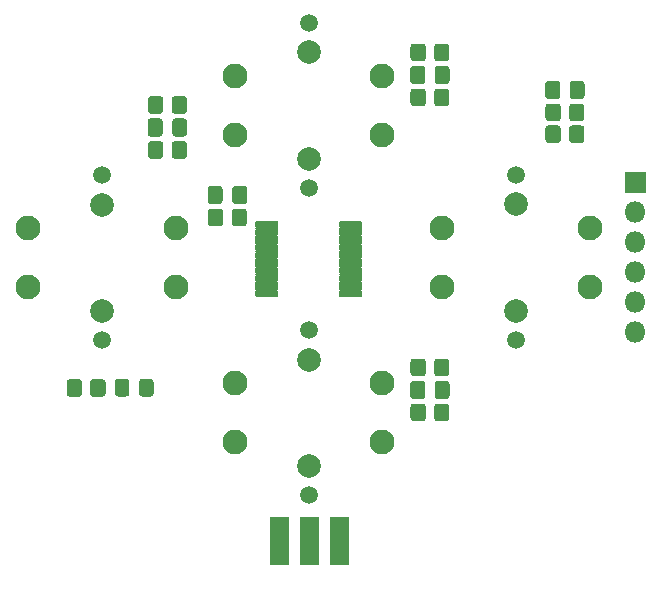
<source format=gts>
G04 #@! TF.GenerationSoftware,KiCad,Pcbnew,(5.1.9)-1*
G04 #@! TF.CreationDate,2021-07-28T09:13:25+02:00*
G04 #@! TF.ProjectId,STEM,5354454d-2e6b-4696-9361-645f70636258,A*
G04 #@! TF.SameCoordinates,Original*
G04 #@! TF.FileFunction,Soldermask,Top*
G04 #@! TF.FilePolarity,Negative*
%FSLAX46Y46*%
G04 Gerber Fmt 4.6, Leading zero omitted, Abs format (unit mm)*
G04 Created by KiCad (PCBNEW (5.1.9)-1) date 2021-07-28 09:13:25*
%MOMM*%
%LPD*%
G01*
G04 APERTURE LIST*
%ADD10C,2.002000*%
%ADD11C,1.502000*%
%ADD12C,2.102000*%
%ADD13O,1.802000X1.802000*%
%ADD14C,0.100000*%
G04 APERTURE END LIST*
D10*
X140025000Y-119650000D03*
X140025000Y-110650000D03*
D11*
X140025000Y-108150000D03*
X140025000Y-122150000D03*
D12*
X133775000Y-112650000D03*
X133775000Y-117650000D03*
X146275000Y-112650000D03*
X146275000Y-117650000D03*
D10*
X122450000Y-132787000D03*
X122450000Y-123787000D03*
D11*
X122450000Y-121287000D03*
X122450000Y-135287000D03*
D12*
X116200000Y-125787000D03*
X116200000Y-130787000D03*
X128700000Y-125787000D03*
X128700000Y-130787000D03*
D10*
X104975000Y-119675000D03*
X104975000Y-110675000D03*
D11*
X104975000Y-108175000D03*
X104975000Y-122175000D03*
D12*
X98725000Y-112675000D03*
X98725000Y-117675000D03*
X111225000Y-112675000D03*
X111225000Y-117675000D03*
D10*
X122450000Y-106787000D03*
X122450000Y-97787000D03*
D11*
X122450000Y-95287000D03*
X122450000Y-109287000D03*
D12*
X116200000Y-99787000D03*
X116200000Y-104787000D03*
X128700000Y-99787000D03*
X128700000Y-104787000D03*
G36*
G01*
X143796000Y-104235248D02*
X143796000Y-105194752D01*
G75*
G02*
X143524752Y-105466000I-271248J0D01*
G01*
X142765248Y-105466000D01*
G75*
G02*
X142494000Y-105194752I0J271248D01*
G01*
X142494000Y-104235248D01*
G75*
G02*
X142765248Y-103964000I271248J0D01*
G01*
X143524752Y-103964000D01*
G75*
G02*
X143796000Y-104235248I0J-271248D01*
G01*
G37*
G36*
G01*
X145796000Y-104235248D02*
X145796000Y-105194752D01*
G75*
G02*
X145524752Y-105466000I-271248J0D01*
G01*
X144765248Y-105466000D01*
G75*
G02*
X144494000Y-105194752I0J271248D01*
G01*
X144494000Y-104235248D01*
G75*
G02*
X144765248Y-103964000I271248J0D01*
G01*
X145524752Y-103964000D01*
G75*
G02*
X145796000Y-104235248I0J-271248D01*
G01*
G37*
G36*
G01*
X108839000Y-106524752D02*
X108839000Y-105565248D01*
G75*
G02*
X109110248Y-105294000I271248J0D01*
G01*
X109869752Y-105294000D01*
G75*
G02*
X110141000Y-105565248I0J-271248D01*
G01*
X110141000Y-106524752D01*
G75*
G02*
X109869752Y-106796000I-271248J0D01*
G01*
X109110248Y-106796000D01*
G75*
G02*
X108839000Y-106524752I0J271248D01*
G01*
G37*
G36*
G01*
X110839000Y-106524752D02*
X110839000Y-105565248D01*
G75*
G02*
X111110248Y-105294000I271248J0D01*
G01*
X111869752Y-105294000D01*
G75*
G02*
X112141000Y-105565248I0J-271248D01*
G01*
X112141000Y-106524752D01*
G75*
G02*
X111869752Y-106796000I-271248J0D01*
G01*
X111110248Y-106796000D01*
G75*
G02*
X110839000Y-106524752I0J271248D01*
G01*
G37*
G36*
G01*
X110889000Y-104644298D02*
X110889000Y-103635702D01*
G75*
G02*
X111160702Y-103364000I271702J0D01*
G01*
X111894298Y-103364000D01*
G75*
G02*
X112166000Y-103635702I0J-271702D01*
G01*
X112166000Y-104644298D01*
G75*
G02*
X111894298Y-104916000I-271702J0D01*
G01*
X111160702Y-104916000D01*
G75*
G02*
X110889000Y-104644298I0J271702D01*
G01*
G37*
G36*
G01*
X108814000Y-104644298D02*
X108814000Y-103635702D01*
G75*
G02*
X109085702Y-103364000I271702J0D01*
G01*
X109819298Y-103364000D01*
G75*
G02*
X110091000Y-103635702I0J-271702D01*
G01*
X110091000Y-104644298D01*
G75*
G02*
X109819298Y-104916000I-271702J0D01*
G01*
X109085702Y-104916000D01*
G75*
G02*
X108814000Y-104644298I0J271702D01*
G01*
G37*
G36*
G01*
X134366000Y-123980248D02*
X134366000Y-124939752D01*
G75*
G02*
X134094752Y-125211000I-271248J0D01*
G01*
X133335248Y-125211000D01*
G75*
G02*
X133064000Y-124939752I0J271248D01*
G01*
X133064000Y-123980248D01*
G75*
G02*
X133335248Y-123709000I271248J0D01*
G01*
X134094752Y-123709000D01*
G75*
G02*
X134366000Y-123980248I0J-271248D01*
G01*
G37*
G36*
G01*
X132366000Y-123980248D02*
X132366000Y-124939752D01*
G75*
G02*
X132094752Y-125211000I-271248J0D01*
G01*
X131335248Y-125211000D01*
G75*
G02*
X131064000Y-124939752I0J271248D01*
G01*
X131064000Y-123980248D01*
G75*
G02*
X131335248Y-123709000I271248J0D01*
G01*
X132094752Y-123709000D01*
G75*
G02*
X132366000Y-123980248I0J-271248D01*
G01*
G37*
D13*
X150100000Y-121469600D03*
X150100000Y-118929600D03*
X150100000Y-116389600D03*
X150100000Y-113849600D03*
X150100000Y-111309600D03*
G36*
G01*
X149199000Y-109619600D02*
X149199000Y-107919600D01*
G75*
G02*
X149250000Y-107868600I51000J0D01*
G01*
X150950000Y-107868600D01*
G75*
G02*
X151001000Y-107919600I0J-51000D01*
G01*
X151001000Y-109619600D01*
G75*
G02*
X150950000Y-109670600I-51000J0D01*
G01*
X149250000Y-109670600D01*
G75*
G02*
X149199000Y-109619600I0J51000D01*
G01*
G37*
G36*
G01*
X103949000Y-126677752D02*
X103949000Y-125718248D01*
G75*
G02*
X104220248Y-125447000I271248J0D01*
G01*
X104979752Y-125447000D01*
G75*
G02*
X105251000Y-125718248I0J-271248D01*
G01*
X105251000Y-126677752D01*
G75*
G02*
X104979752Y-126949000I-271248J0D01*
G01*
X104220248Y-126949000D01*
G75*
G02*
X103949000Y-126677752I0J271248D01*
G01*
G37*
G36*
G01*
X101949000Y-126677752D02*
X101949000Y-125718248D01*
G75*
G02*
X102220248Y-125447000I271248J0D01*
G01*
X102979752Y-125447000D01*
G75*
G02*
X103251000Y-125718248I0J-271248D01*
G01*
X103251000Y-126677752D01*
G75*
G02*
X102979752Y-126949000I-271248J0D01*
G01*
X102220248Y-126949000D01*
G75*
G02*
X101949000Y-126677752I0J271248D01*
G01*
G37*
G36*
G01*
X117246000Y-109350702D02*
X117246000Y-110359298D01*
G75*
G02*
X116974298Y-110631000I-271702J0D01*
G01*
X116240702Y-110631000D01*
G75*
G02*
X115969000Y-110359298I0J271702D01*
G01*
X115969000Y-109350702D01*
G75*
G02*
X116240702Y-109079000I271702J0D01*
G01*
X116974298Y-109079000D01*
G75*
G02*
X117246000Y-109350702I0J-271702D01*
G01*
G37*
G36*
G01*
X115171000Y-109350702D02*
X115171000Y-110359298D01*
G75*
G02*
X114899298Y-110631000I-271702J0D01*
G01*
X114165702Y-110631000D01*
G75*
G02*
X113894000Y-110359298I0J271702D01*
G01*
X113894000Y-109350702D01*
G75*
G02*
X114165702Y-109079000I271702J0D01*
G01*
X114899298Y-109079000D01*
G75*
G02*
X115171000Y-109350702I0J-271702D01*
G01*
G37*
G36*
G01*
X108079000Y-126646828D02*
X108079000Y-125689172D01*
G75*
G02*
X108351172Y-125417000I272172J0D01*
G01*
X109058828Y-125417000D01*
G75*
G02*
X109331000Y-125689172I0J-272172D01*
G01*
X109331000Y-126646828D01*
G75*
G02*
X109058828Y-126919000I-272172J0D01*
G01*
X108351172Y-126919000D01*
G75*
G02*
X108079000Y-126646828I0J272172D01*
G01*
G37*
G36*
G01*
X106029000Y-126646828D02*
X106029000Y-125689172D01*
G75*
G02*
X106301172Y-125417000I272172J0D01*
G01*
X107008828Y-125417000D01*
G75*
G02*
X107281000Y-125689172I0J-272172D01*
G01*
X107281000Y-126646828D01*
G75*
G02*
X107008828Y-126919000I-272172J0D01*
G01*
X106301172Y-126919000D01*
G75*
G02*
X106029000Y-126646828I0J272172D01*
G01*
G37*
G36*
G01*
X132366000Y-127790248D02*
X132366000Y-128749752D01*
G75*
G02*
X132094752Y-129021000I-271248J0D01*
G01*
X131335248Y-129021000D01*
G75*
G02*
X131064000Y-128749752I0J271248D01*
G01*
X131064000Y-127790248D01*
G75*
G02*
X131335248Y-127519000I271248J0D01*
G01*
X132094752Y-127519000D01*
G75*
G02*
X132366000Y-127790248I0J-271248D01*
G01*
G37*
G36*
G01*
X134366000Y-127790248D02*
X134366000Y-128749752D01*
G75*
G02*
X134094752Y-129021000I-271248J0D01*
G01*
X133335248Y-129021000D01*
G75*
G02*
X133064000Y-128749752I0J271248D01*
G01*
X133064000Y-127790248D01*
G75*
G02*
X133335248Y-127519000I271248J0D01*
G01*
X134094752Y-127519000D01*
G75*
G02*
X134366000Y-127790248I0J-271248D01*
G01*
G37*
G36*
G01*
X132366000Y-97310248D02*
X132366000Y-98269752D01*
G75*
G02*
X132094752Y-98541000I-271248J0D01*
G01*
X131335248Y-98541000D01*
G75*
G02*
X131064000Y-98269752I0J271248D01*
G01*
X131064000Y-97310248D01*
G75*
G02*
X131335248Y-97039000I271248J0D01*
G01*
X132094752Y-97039000D01*
G75*
G02*
X132366000Y-97310248I0J-271248D01*
G01*
G37*
G36*
G01*
X134366000Y-97310248D02*
X134366000Y-98269752D01*
G75*
G02*
X134094752Y-98541000I-271248J0D01*
G01*
X133335248Y-98541000D01*
G75*
G02*
X133064000Y-98269752I0J271248D01*
G01*
X133064000Y-97310248D01*
G75*
G02*
X133335248Y-97039000I271248J0D01*
G01*
X134094752Y-97039000D01*
G75*
G02*
X134366000Y-97310248I0J-271248D01*
G01*
G37*
G36*
G01*
X119800000Y-112638000D02*
X118000000Y-112638000D01*
G75*
G02*
X117949000Y-112587000I0J51000D01*
G01*
X117949000Y-112137000D01*
G75*
G02*
X118000000Y-112086000I51000J0D01*
G01*
X119800000Y-112086000D01*
G75*
G02*
X119851000Y-112137000I0J-51000D01*
G01*
X119851000Y-112587000D01*
G75*
G02*
X119800000Y-112638000I-51000J0D01*
G01*
G37*
G36*
G01*
X119800000Y-113288000D02*
X118000000Y-113288000D01*
G75*
G02*
X117949000Y-113237000I0J51000D01*
G01*
X117949000Y-112787000D01*
G75*
G02*
X118000000Y-112736000I51000J0D01*
G01*
X119800000Y-112736000D01*
G75*
G02*
X119851000Y-112787000I0J-51000D01*
G01*
X119851000Y-113237000D01*
G75*
G02*
X119800000Y-113288000I-51000J0D01*
G01*
G37*
G36*
G01*
X119800000Y-113938000D02*
X118000000Y-113938000D01*
G75*
G02*
X117949000Y-113887000I0J51000D01*
G01*
X117949000Y-113437000D01*
G75*
G02*
X118000000Y-113386000I51000J0D01*
G01*
X119800000Y-113386000D01*
G75*
G02*
X119851000Y-113437000I0J-51000D01*
G01*
X119851000Y-113887000D01*
G75*
G02*
X119800000Y-113938000I-51000J0D01*
G01*
G37*
G36*
G01*
X119800000Y-114588000D02*
X118000000Y-114588000D01*
G75*
G02*
X117949000Y-114537000I0J51000D01*
G01*
X117949000Y-114087000D01*
G75*
G02*
X118000000Y-114036000I51000J0D01*
G01*
X119800000Y-114036000D01*
G75*
G02*
X119851000Y-114087000I0J-51000D01*
G01*
X119851000Y-114537000D01*
G75*
G02*
X119800000Y-114588000I-51000J0D01*
G01*
G37*
G36*
G01*
X119800000Y-115238000D02*
X118000000Y-115238000D01*
G75*
G02*
X117949000Y-115187000I0J51000D01*
G01*
X117949000Y-114737000D01*
G75*
G02*
X118000000Y-114686000I51000J0D01*
G01*
X119800000Y-114686000D01*
G75*
G02*
X119851000Y-114737000I0J-51000D01*
G01*
X119851000Y-115187000D01*
G75*
G02*
X119800000Y-115238000I-51000J0D01*
G01*
G37*
G36*
G01*
X119800000Y-115888000D02*
X118000000Y-115888000D01*
G75*
G02*
X117949000Y-115837000I0J51000D01*
G01*
X117949000Y-115387000D01*
G75*
G02*
X118000000Y-115336000I51000J0D01*
G01*
X119800000Y-115336000D01*
G75*
G02*
X119851000Y-115387000I0J-51000D01*
G01*
X119851000Y-115837000D01*
G75*
G02*
X119800000Y-115888000I-51000J0D01*
G01*
G37*
G36*
G01*
X119800000Y-116538000D02*
X118000000Y-116538000D01*
G75*
G02*
X117949000Y-116487000I0J51000D01*
G01*
X117949000Y-116037000D01*
G75*
G02*
X118000000Y-115986000I51000J0D01*
G01*
X119800000Y-115986000D01*
G75*
G02*
X119851000Y-116037000I0J-51000D01*
G01*
X119851000Y-116487000D01*
G75*
G02*
X119800000Y-116538000I-51000J0D01*
G01*
G37*
G36*
G01*
X119800000Y-117188000D02*
X118000000Y-117188000D01*
G75*
G02*
X117949000Y-117137000I0J51000D01*
G01*
X117949000Y-116687000D01*
G75*
G02*
X118000000Y-116636000I51000J0D01*
G01*
X119800000Y-116636000D01*
G75*
G02*
X119851000Y-116687000I0J-51000D01*
G01*
X119851000Y-117137000D01*
G75*
G02*
X119800000Y-117188000I-51000J0D01*
G01*
G37*
G36*
G01*
X119800000Y-117838000D02*
X118000000Y-117838000D01*
G75*
G02*
X117949000Y-117787000I0J51000D01*
G01*
X117949000Y-117337000D01*
G75*
G02*
X118000000Y-117286000I51000J0D01*
G01*
X119800000Y-117286000D01*
G75*
G02*
X119851000Y-117337000I0J-51000D01*
G01*
X119851000Y-117787000D01*
G75*
G02*
X119800000Y-117838000I-51000J0D01*
G01*
G37*
G36*
G01*
X119800000Y-118488000D02*
X118000000Y-118488000D01*
G75*
G02*
X117949000Y-118437000I0J51000D01*
G01*
X117949000Y-117987000D01*
G75*
G02*
X118000000Y-117936000I51000J0D01*
G01*
X119800000Y-117936000D01*
G75*
G02*
X119851000Y-117987000I0J-51000D01*
G01*
X119851000Y-118437000D01*
G75*
G02*
X119800000Y-118488000I-51000J0D01*
G01*
G37*
G36*
G01*
X126900000Y-118488000D02*
X125100000Y-118488000D01*
G75*
G02*
X125049000Y-118437000I0J51000D01*
G01*
X125049000Y-117987000D01*
G75*
G02*
X125100000Y-117936000I51000J0D01*
G01*
X126900000Y-117936000D01*
G75*
G02*
X126951000Y-117987000I0J-51000D01*
G01*
X126951000Y-118437000D01*
G75*
G02*
X126900000Y-118488000I-51000J0D01*
G01*
G37*
G36*
G01*
X126900000Y-117838000D02*
X125100000Y-117838000D01*
G75*
G02*
X125049000Y-117787000I0J51000D01*
G01*
X125049000Y-117337000D01*
G75*
G02*
X125100000Y-117286000I51000J0D01*
G01*
X126900000Y-117286000D01*
G75*
G02*
X126951000Y-117337000I0J-51000D01*
G01*
X126951000Y-117787000D01*
G75*
G02*
X126900000Y-117838000I-51000J0D01*
G01*
G37*
G36*
G01*
X126900000Y-117188000D02*
X125100000Y-117188000D01*
G75*
G02*
X125049000Y-117137000I0J51000D01*
G01*
X125049000Y-116687000D01*
G75*
G02*
X125100000Y-116636000I51000J0D01*
G01*
X126900000Y-116636000D01*
G75*
G02*
X126951000Y-116687000I0J-51000D01*
G01*
X126951000Y-117137000D01*
G75*
G02*
X126900000Y-117188000I-51000J0D01*
G01*
G37*
G36*
G01*
X126900000Y-116538000D02*
X125100000Y-116538000D01*
G75*
G02*
X125049000Y-116487000I0J51000D01*
G01*
X125049000Y-116037000D01*
G75*
G02*
X125100000Y-115986000I51000J0D01*
G01*
X126900000Y-115986000D01*
G75*
G02*
X126951000Y-116037000I0J-51000D01*
G01*
X126951000Y-116487000D01*
G75*
G02*
X126900000Y-116538000I-51000J0D01*
G01*
G37*
G36*
G01*
X126900000Y-115888000D02*
X125100000Y-115888000D01*
G75*
G02*
X125049000Y-115837000I0J51000D01*
G01*
X125049000Y-115387000D01*
G75*
G02*
X125100000Y-115336000I51000J0D01*
G01*
X126900000Y-115336000D01*
G75*
G02*
X126951000Y-115387000I0J-51000D01*
G01*
X126951000Y-115837000D01*
G75*
G02*
X126900000Y-115888000I-51000J0D01*
G01*
G37*
G36*
G01*
X126900000Y-115238000D02*
X125100000Y-115238000D01*
G75*
G02*
X125049000Y-115187000I0J51000D01*
G01*
X125049000Y-114737000D01*
G75*
G02*
X125100000Y-114686000I51000J0D01*
G01*
X126900000Y-114686000D01*
G75*
G02*
X126951000Y-114737000I0J-51000D01*
G01*
X126951000Y-115187000D01*
G75*
G02*
X126900000Y-115238000I-51000J0D01*
G01*
G37*
G36*
G01*
X126900000Y-114588000D02*
X125100000Y-114588000D01*
G75*
G02*
X125049000Y-114537000I0J51000D01*
G01*
X125049000Y-114087000D01*
G75*
G02*
X125100000Y-114036000I51000J0D01*
G01*
X126900000Y-114036000D01*
G75*
G02*
X126951000Y-114087000I0J-51000D01*
G01*
X126951000Y-114537000D01*
G75*
G02*
X126900000Y-114588000I-51000J0D01*
G01*
G37*
G36*
G01*
X126900000Y-113938000D02*
X125100000Y-113938000D01*
G75*
G02*
X125049000Y-113887000I0J51000D01*
G01*
X125049000Y-113437000D01*
G75*
G02*
X125100000Y-113386000I51000J0D01*
G01*
X126900000Y-113386000D01*
G75*
G02*
X126951000Y-113437000I0J-51000D01*
G01*
X126951000Y-113887000D01*
G75*
G02*
X126900000Y-113938000I-51000J0D01*
G01*
G37*
G36*
G01*
X126900000Y-113288000D02*
X125100000Y-113288000D01*
G75*
G02*
X125049000Y-113237000I0J51000D01*
G01*
X125049000Y-112787000D01*
G75*
G02*
X125100000Y-112736000I51000J0D01*
G01*
X126900000Y-112736000D01*
G75*
G02*
X126951000Y-112787000I0J-51000D01*
G01*
X126951000Y-113237000D01*
G75*
G02*
X126900000Y-113288000I-51000J0D01*
G01*
G37*
G36*
G01*
X126900000Y-112638000D02*
X125100000Y-112638000D01*
G75*
G02*
X125049000Y-112587000I0J51000D01*
G01*
X125049000Y-112137000D01*
G75*
G02*
X125100000Y-112086000I51000J0D01*
G01*
X126900000Y-112086000D01*
G75*
G02*
X126951000Y-112137000I0J-51000D01*
G01*
X126951000Y-112587000D01*
G75*
G02*
X126900000Y-112638000I-51000J0D01*
G01*
G37*
G36*
G01*
X117221000Y-111280248D02*
X117221000Y-112239752D01*
G75*
G02*
X116949752Y-112511000I-271248J0D01*
G01*
X116190248Y-112511000D01*
G75*
G02*
X115919000Y-112239752I0J271248D01*
G01*
X115919000Y-111280248D01*
G75*
G02*
X116190248Y-111009000I271248J0D01*
G01*
X116949752Y-111009000D01*
G75*
G02*
X117221000Y-111280248I0J-271248D01*
G01*
G37*
G36*
G01*
X115221000Y-111280248D02*
X115221000Y-112239752D01*
G75*
G02*
X114949752Y-112511000I-271248J0D01*
G01*
X114190248Y-112511000D01*
G75*
G02*
X113919000Y-112239752I0J271248D01*
G01*
X113919000Y-111280248D01*
G75*
G02*
X114190248Y-111009000I271248J0D01*
G01*
X114949752Y-111009000D01*
G75*
G02*
X115221000Y-111280248I0J-271248D01*
G01*
G37*
G36*
G01*
X142494000Y-103349752D02*
X142494000Y-102390248D01*
G75*
G02*
X142765248Y-102119000I271248J0D01*
G01*
X143524752Y-102119000D01*
G75*
G02*
X143796000Y-102390248I0J-271248D01*
G01*
X143796000Y-103349752D01*
G75*
G02*
X143524752Y-103621000I-271248J0D01*
G01*
X142765248Y-103621000D01*
G75*
G02*
X142494000Y-103349752I0J271248D01*
G01*
G37*
G36*
G01*
X144494000Y-103349752D02*
X144494000Y-102390248D01*
G75*
G02*
X144765248Y-102119000I271248J0D01*
G01*
X145524752Y-102119000D01*
G75*
G02*
X145796000Y-102390248I0J-271248D01*
G01*
X145796000Y-103349752D01*
G75*
G02*
X145524752Y-103621000I-271248J0D01*
G01*
X144765248Y-103621000D01*
G75*
G02*
X144494000Y-103349752I0J271248D01*
G01*
G37*
G36*
G01*
X134391000Y-125860702D02*
X134391000Y-126869298D01*
G75*
G02*
X134119298Y-127141000I-271702J0D01*
G01*
X133385702Y-127141000D01*
G75*
G02*
X133114000Y-126869298I0J271702D01*
G01*
X133114000Y-125860702D01*
G75*
G02*
X133385702Y-125589000I271702J0D01*
G01*
X134119298Y-125589000D01*
G75*
G02*
X134391000Y-125860702I0J-271702D01*
G01*
G37*
G36*
G01*
X132316000Y-125860702D02*
X132316000Y-126869298D01*
G75*
G02*
X132044298Y-127141000I-271702J0D01*
G01*
X131310702Y-127141000D01*
G75*
G02*
X131039000Y-126869298I0J271702D01*
G01*
X131039000Y-125860702D01*
G75*
G02*
X131310702Y-125589000I271702J0D01*
G01*
X132044298Y-125589000D01*
G75*
G02*
X132316000Y-125860702I0J-271702D01*
G01*
G37*
G36*
G01*
X134366000Y-101120248D02*
X134366000Y-102079752D01*
G75*
G02*
X134094752Y-102351000I-271248J0D01*
G01*
X133335248Y-102351000D01*
G75*
G02*
X133064000Y-102079752I0J271248D01*
G01*
X133064000Y-101120248D01*
G75*
G02*
X133335248Y-100849000I271248J0D01*
G01*
X134094752Y-100849000D01*
G75*
G02*
X134366000Y-101120248I0J-271248D01*
G01*
G37*
G36*
G01*
X132366000Y-101120248D02*
X132366000Y-102079752D01*
G75*
G02*
X132094752Y-102351000I-271248J0D01*
G01*
X131335248Y-102351000D01*
G75*
G02*
X131064000Y-102079752I0J271248D01*
G01*
X131064000Y-101120248D01*
G75*
G02*
X131335248Y-100849000I271248J0D01*
G01*
X132094752Y-100849000D01*
G75*
G02*
X132366000Y-101120248I0J-271248D01*
G01*
G37*
G36*
G01*
X110141000Y-101755248D02*
X110141000Y-102714752D01*
G75*
G02*
X109869752Y-102986000I-271248J0D01*
G01*
X109110248Y-102986000D01*
G75*
G02*
X108839000Y-102714752I0J271248D01*
G01*
X108839000Y-101755248D01*
G75*
G02*
X109110248Y-101484000I271248J0D01*
G01*
X109869752Y-101484000D01*
G75*
G02*
X110141000Y-101755248I0J-271248D01*
G01*
G37*
G36*
G01*
X112141000Y-101755248D02*
X112141000Y-102714752D01*
G75*
G02*
X111869752Y-102986000I-271248J0D01*
G01*
X111110248Y-102986000D01*
G75*
G02*
X110839000Y-102714752I0J271248D01*
G01*
X110839000Y-101755248D01*
G75*
G02*
X111110248Y-101484000I271248J0D01*
G01*
X111869752Y-101484000D01*
G75*
G02*
X112141000Y-101755248I0J-271248D01*
G01*
G37*
G36*
G01*
X134391000Y-99190702D02*
X134391000Y-100199298D01*
G75*
G02*
X134119298Y-100471000I-271702J0D01*
G01*
X133385702Y-100471000D01*
G75*
G02*
X133114000Y-100199298I0J271702D01*
G01*
X133114000Y-99190702D01*
G75*
G02*
X133385702Y-98919000I271702J0D01*
G01*
X134119298Y-98919000D01*
G75*
G02*
X134391000Y-99190702I0J-271702D01*
G01*
G37*
G36*
G01*
X132316000Y-99190702D02*
X132316000Y-100199298D01*
G75*
G02*
X132044298Y-100471000I-271702J0D01*
G01*
X131310702Y-100471000D01*
G75*
G02*
X131039000Y-100199298I0J271702D01*
G01*
X131039000Y-99190702D01*
G75*
G02*
X131310702Y-98919000I271702J0D01*
G01*
X132044298Y-98919000D01*
G75*
G02*
X132316000Y-99190702I0J-271702D01*
G01*
G37*
G36*
G01*
X119198000Y-137107000D02*
X120722000Y-137107000D01*
G75*
G02*
X120773000Y-137158000I0J-51000D01*
G01*
X120773000Y-141158000D01*
G75*
G02*
X120722000Y-141209000I-51000J0D01*
G01*
X119198000Y-141209000D01*
G75*
G02*
X119147000Y-141158000I0J51000D01*
G01*
X119147000Y-137158000D01*
G75*
G02*
X119198000Y-137107000I51000J0D01*
G01*
G37*
G36*
G01*
X121738000Y-137107000D02*
X123262000Y-137107000D01*
G75*
G02*
X123313000Y-137158000I0J-51000D01*
G01*
X123313000Y-141158000D01*
G75*
G02*
X123262000Y-141209000I-51000J0D01*
G01*
X121738000Y-141209000D01*
G75*
G02*
X121687000Y-141158000I0J51000D01*
G01*
X121687000Y-137158000D01*
G75*
G02*
X121738000Y-137107000I51000J0D01*
G01*
G37*
G36*
G01*
X124278000Y-137107000D02*
X125802000Y-137107000D01*
G75*
G02*
X125853000Y-137158000I0J-51000D01*
G01*
X125853000Y-141158000D01*
G75*
G02*
X125802000Y-141209000I-51000J0D01*
G01*
X124278000Y-141209000D01*
G75*
G02*
X124227000Y-141158000I0J51000D01*
G01*
X124227000Y-137158000D01*
G75*
G02*
X124278000Y-137107000I51000J0D01*
G01*
G37*
G36*
G01*
X144544000Y-101469298D02*
X144544000Y-100460702D01*
G75*
G02*
X144815702Y-100189000I271702J0D01*
G01*
X145549298Y-100189000D01*
G75*
G02*
X145821000Y-100460702I0J-271702D01*
G01*
X145821000Y-101469298D01*
G75*
G02*
X145549298Y-101741000I-271702J0D01*
G01*
X144815702Y-101741000D01*
G75*
G02*
X144544000Y-101469298I0J271702D01*
G01*
G37*
G36*
G01*
X142469000Y-101469298D02*
X142469000Y-100460702D01*
G75*
G02*
X142740702Y-100189000I271702J0D01*
G01*
X143474298Y-100189000D01*
G75*
G02*
X143746000Y-100460702I0J-271702D01*
G01*
X143746000Y-101469298D01*
G75*
G02*
X143474298Y-101741000I-271702J0D01*
G01*
X142740702Y-101741000D01*
G75*
G02*
X142469000Y-101469298I0J271702D01*
G01*
G37*
D14*
G36*
X119852732Y-117837000D02*
G01*
X119853000Y-117838000D01*
X119853000Y-117936000D01*
X119852000Y-117937732D01*
X119851000Y-117938000D01*
X117949000Y-117938000D01*
X117947268Y-117937000D01*
X117947000Y-117936000D01*
X117947000Y-117838000D01*
X117948000Y-117836268D01*
X117949000Y-117836000D01*
X119851000Y-117836000D01*
X119852732Y-117837000D01*
G37*
G36*
X126952732Y-117837000D02*
G01*
X126953000Y-117838000D01*
X126953000Y-117936000D01*
X126952000Y-117937732D01*
X126951000Y-117938000D01*
X125049000Y-117938000D01*
X125047268Y-117937000D01*
X125047000Y-117936000D01*
X125047000Y-117838000D01*
X125048000Y-117836268D01*
X125049000Y-117836000D01*
X126951000Y-117836000D01*
X126952732Y-117837000D01*
G37*
G36*
X126952732Y-117187000D02*
G01*
X126953000Y-117188000D01*
X126953000Y-117286000D01*
X126952000Y-117287732D01*
X126951000Y-117288000D01*
X125049000Y-117288000D01*
X125047268Y-117287000D01*
X125047000Y-117286000D01*
X125047000Y-117188000D01*
X125048000Y-117186268D01*
X125049000Y-117186000D01*
X126951000Y-117186000D01*
X126952732Y-117187000D01*
G37*
G36*
X119852732Y-117187000D02*
G01*
X119853000Y-117188000D01*
X119853000Y-117286000D01*
X119852000Y-117287732D01*
X119851000Y-117288000D01*
X117949000Y-117288000D01*
X117947268Y-117287000D01*
X117947000Y-117286000D01*
X117947000Y-117188000D01*
X117948000Y-117186268D01*
X117949000Y-117186000D01*
X119851000Y-117186000D01*
X119852732Y-117187000D01*
G37*
G36*
X119852732Y-116537000D02*
G01*
X119853000Y-116538000D01*
X119853000Y-116636000D01*
X119852000Y-116637732D01*
X119851000Y-116638000D01*
X117949000Y-116638000D01*
X117947268Y-116637000D01*
X117947000Y-116636000D01*
X117947000Y-116538000D01*
X117948000Y-116536268D01*
X117949000Y-116536000D01*
X119851000Y-116536000D01*
X119852732Y-116537000D01*
G37*
G36*
X126952732Y-116537000D02*
G01*
X126953000Y-116538000D01*
X126953000Y-116636000D01*
X126952000Y-116637732D01*
X126951000Y-116638000D01*
X125049000Y-116638000D01*
X125047268Y-116637000D01*
X125047000Y-116636000D01*
X125047000Y-116538000D01*
X125048000Y-116536268D01*
X125049000Y-116536000D01*
X126951000Y-116536000D01*
X126952732Y-116537000D01*
G37*
G36*
X126952732Y-115887000D02*
G01*
X126953000Y-115888000D01*
X126953000Y-115986000D01*
X126952000Y-115987732D01*
X126951000Y-115988000D01*
X125049000Y-115988000D01*
X125047268Y-115987000D01*
X125047000Y-115986000D01*
X125047000Y-115888000D01*
X125048000Y-115886268D01*
X125049000Y-115886000D01*
X126951000Y-115886000D01*
X126952732Y-115887000D01*
G37*
G36*
X119852732Y-115887000D02*
G01*
X119853000Y-115888000D01*
X119853000Y-115986000D01*
X119852000Y-115987732D01*
X119851000Y-115988000D01*
X117949000Y-115988000D01*
X117947268Y-115987000D01*
X117947000Y-115986000D01*
X117947000Y-115888000D01*
X117948000Y-115886268D01*
X117949000Y-115886000D01*
X119851000Y-115886000D01*
X119852732Y-115887000D01*
G37*
G36*
X119852732Y-115237000D02*
G01*
X119853000Y-115238000D01*
X119853000Y-115336000D01*
X119852000Y-115337732D01*
X119851000Y-115338000D01*
X117949000Y-115338000D01*
X117947268Y-115337000D01*
X117947000Y-115336000D01*
X117947000Y-115238000D01*
X117948000Y-115236268D01*
X117949000Y-115236000D01*
X119851000Y-115236000D01*
X119852732Y-115237000D01*
G37*
G36*
X126952732Y-115237000D02*
G01*
X126953000Y-115238000D01*
X126953000Y-115336000D01*
X126952000Y-115337732D01*
X126951000Y-115338000D01*
X125049000Y-115338000D01*
X125047268Y-115337000D01*
X125047000Y-115336000D01*
X125047000Y-115238000D01*
X125048000Y-115236268D01*
X125049000Y-115236000D01*
X126951000Y-115236000D01*
X126952732Y-115237000D01*
G37*
G36*
X126952732Y-114587000D02*
G01*
X126953000Y-114588000D01*
X126953000Y-114686000D01*
X126952000Y-114687732D01*
X126951000Y-114688000D01*
X125049000Y-114688000D01*
X125047268Y-114687000D01*
X125047000Y-114686000D01*
X125047000Y-114588000D01*
X125048000Y-114586268D01*
X125049000Y-114586000D01*
X126951000Y-114586000D01*
X126952732Y-114587000D01*
G37*
G36*
X119852732Y-114587000D02*
G01*
X119853000Y-114588000D01*
X119853000Y-114686000D01*
X119852000Y-114687732D01*
X119851000Y-114688000D01*
X117949000Y-114688000D01*
X117947268Y-114687000D01*
X117947000Y-114686000D01*
X117947000Y-114588000D01*
X117948000Y-114586268D01*
X117949000Y-114586000D01*
X119851000Y-114586000D01*
X119852732Y-114587000D01*
G37*
G36*
X119852732Y-113937000D02*
G01*
X119853000Y-113938000D01*
X119853000Y-114036000D01*
X119852000Y-114037732D01*
X119851000Y-114038000D01*
X117949000Y-114038000D01*
X117947268Y-114037000D01*
X117947000Y-114036000D01*
X117947000Y-113938000D01*
X117948000Y-113936268D01*
X117949000Y-113936000D01*
X119851000Y-113936000D01*
X119852732Y-113937000D01*
G37*
G36*
X126952732Y-113937000D02*
G01*
X126953000Y-113938000D01*
X126953000Y-114036000D01*
X126952000Y-114037732D01*
X126951000Y-114038000D01*
X125049000Y-114038000D01*
X125047268Y-114037000D01*
X125047000Y-114036000D01*
X125047000Y-113938000D01*
X125048000Y-113936268D01*
X125049000Y-113936000D01*
X126951000Y-113936000D01*
X126952732Y-113937000D01*
G37*
G36*
X126952732Y-113287000D02*
G01*
X126953000Y-113288000D01*
X126953000Y-113386000D01*
X126952000Y-113387732D01*
X126951000Y-113388000D01*
X125049000Y-113388000D01*
X125047268Y-113387000D01*
X125047000Y-113386000D01*
X125047000Y-113288000D01*
X125048000Y-113286268D01*
X125049000Y-113286000D01*
X126951000Y-113286000D01*
X126952732Y-113287000D01*
G37*
G36*
X119852732Y-113287000D02*
G01*
X119853000Y-113288000D01*
X119853000Y-113386000D01*
X119852000Y-113387732D01*
X119851000Y-113388000D01*
X117949000Y-113388000D01*
X117947268Y-113387000D01*
X117947000Y-113386000D01*
X117947000Y-113288000D01*
X117948000Y-113286268D01*
X117949000Y-113286000D01*
X119851000Y-113286000D01*
X119852732Y-113287000D01*
G37*
G36*
X119852732Y-112637000D02*
G01*
X119853000Y-112638000D01*
X119853000Y-112736000D01*
X119852000Y-112737732D01*
X119851000Y-112738000D01*
X117949000Y-112738000D01*
X117947268Y-112737000D01*
X117947000Y-112736000D01*
X117947000Y-112638000D01*
X117948000Y-112636268D01*
X117949000Y-112636000D01*
X119851000Y-112636000D01*
X119852732Y-112637000D01*
G37*
G36*
X126952732Y-112637000D02*
G01*
X126953000Y-112638000D01*
X126953000Y-112736000D01*
X126952000Y-112737732D01*
X126951000Y-112738000D01*
X125049000Y-112738000D01*
X125047268Y-112737000D01*
X125047000Y-112736000D01*
X125047000Y-112638000D01*
X125048000Y-112636268D01*
X125049000Y-112636000D01*
X126951000Y-112636000D01*
X126952732Y-112637000D01*
G37*
M02*

</source>
